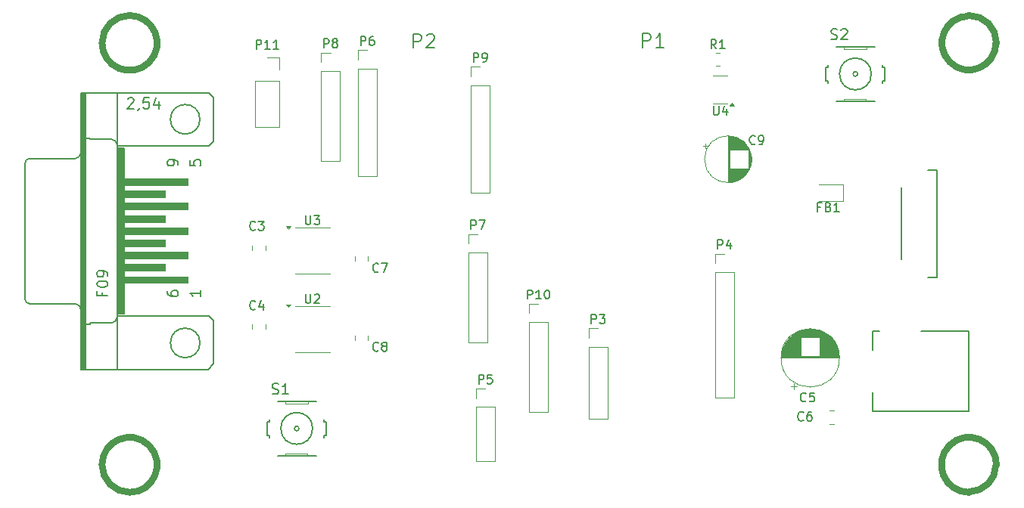
<source format=gbr>
%TF.GenerationSoftware,KiCad,Pcbnew,9.0.0*%
%TF.CreationDate,2025-04-10T12:41:04-04:00*%
%TF.ProjectId,PocketBeagle2Cape_rev1,506f636b-6574-4426-9561-676c65324361,rev?*%
%TF.SameCoordinates,Original*%
%TF.FileFunction,Legend,Top*%
%TF.FilePolarity,Positive*%
%FSLAX46Y46*%
G04 Gerber Fmt 4.6, Leading zero omitted, Abs format (unit mm)*
G04 Created by KiCad (PCBNEW 9.0.0) date 2025-04-10 12:41:04*
%MOMM*%
%LPD*%
G01*
G04 APERTURE LIST*
%ADD10C,0.800000*%
%ADD11C,0.150000*%
%ADD12C,0.127000*%
%ADD13C,0.198120*%
%ADD14C,0.120000*%
%ADD15C,0.203200*%
%ADD16C,0.152400*%
%ADD17C,0.050800*%
%ADD18C,0.000000*%
G04 APERTURE END LIST*
D10*
X97001100Y-78298600D02*
G75*
G02*
X93921100Y-81378600I0J-3080000D01*
G01*
X193921100Y-81378600D02*
G75*
G02*
X190901100Y-78358600I-3020000J0D01*
G01*
X93921100Y-128628600D02*
G75*
G02*
X97001100Y-131708600I3080000J0D01*
G01*
X190901100Y-131708600D02*
X190901100Y-131708600D01*
X93921100Y-81378600D02*
G75*
G02*
X97001100Y-78298600I3080000J0D01*
G01*
X190901100Y-78298600D02*
G75*
G02*
X193981100Y-81378600I0J-3080000D01*
G01*
X190901100Y-131708600D02*
G75*
G02*
X193981100Y-128628600I0J3080000D01*
G01*
X193921100Y-128628600D02*
G75*
G02*
X190901100Y-131648600I-3020000J0D01*
G01*
X97001100Y-131708600D02*
G75*
G02*
X93921100Y-128628600I0J3080000D01*
G01*
D11*
X172383333Y-123609580D02*
X172335714Y-123657200D01*
X172335714Y-123657200D02*
X172192857Y-123704819D01*
X172192857Y-123704819D02*
X172097619Y-123704819D01*
X172097619Y-123704819D02*
X171954762Y-123657200D01*
X171954762Y-123657200D02*
X171859524Y-123561961D01*
X171859524Y-123561961D02*
X171811905Y-123466723D01*
X171811905Y-123466723D02*
X171764286Y-123276247D01*
X171764286Y-123276247D02*
X171764286Y-123133390D01*
X171764286Y-123133390D02*
X171811905Y-122942914D01*
X171811905Y-122942914D02*
X171859524Y-122847676D01*
X171859524Y-122847676D02*
X171954762Y-122752438D01*
X171954762Y-122752438D02*
X172097619Y-122704819D01*
X172097619Y-122704819D02*
X172192857Y-122704819D01*
X172192857Y-122704819D02*
X172335714Y-122752438D01*
X172335714Y-122752438D02*
X172383333Y-122800057D01*
X173240476Y-122704819D02*
X173050000Y-122704819D01*
X173050000Y-122704819D02*
X172954762Y-122752438D01*
X172954762Y-122752438D02*
X172907143Y-122800057D01*
X172907143Y-122800057D02*
X172811905Y-122942914D01*
X172811905Y-122942914D02*
X172764286Y-123133390D01*
X172764286Y-123133390D02*
X172764286Y-123514342D01*
X172764286Y-123514342D02*
X172811905Y-123609580D01*
X172811905Y-123609580D02*
X172859524Y-123657200D01*
X172859524Y-123657200D02*
X172954762Y-123704819D01*
X172954762Y-123704819D02*
X173145238Y-123704819D01*
X173145238Y-123704819D02*
X173240476Y-123657200D01*
X173240476Y-123657200D02*
X173288095Y-123609580D01*
X173288095Y-123609580D02*
X173335714Y-123514342D01*
X173335714Y-123514342D02*
X173335714Y-123276247D01*
X173335714Y-123276247D02*
X173288095Y-123181009D01*
X173288095Y-123181009D02*
X173240476Y-123133390D01*
X173240476Y-123133390D02*
X173145238Y-123085771D01*
X173145238Y-123085771D02*
X172954762Y-123085771D01*
X172954762Y-123085771D02*
X172859524Y-123133390D01*
X172859524Y-123133390D02*
X172811905Y-123181009D01*
X172811905Y-123181009D02*
X172764286Y-123276247D01*
X118736905Y-81919819D02*
X118736905Y-80919819D01*
X118736905Y-80919819D02*
X119117857Y-80919819D01*
X119117857Y-80919819D02*
X119213095Y-80967438D01*
X119213095Y-80967438D02*
X119260714Y-81015057D01*
X119260714Y-81015057D02*
X119308333Y-81110295D01*
X119308333Y-81110295D02*
X119308333Y-81253152D01*
X119308333Y-81253152D02*
X119260714Y-81348390D01*
X119260714Y-81348390D02*
X119213095Y-81396009D01*
X119213095Y-81396009D02*
X119117857Y-81443628D01*
X119117857Y-81443628D02*
X118736905Y-81443628D01*
X119879762Y-81348390D02*
X119784524Y-81300771D01*
X119784524Y-81300771D02*
X119736905Y-81253152D01*
X119736905Y-81253152D02*
X119689286Y-81157914D01*
X119689286Y-81157914D02*
X119689286Y-81110295D01*
X119689286Y-81110295D02*
X119736905Y-81015057D01*
X119736905Y-81015057D02*
X119784524Y-80967438D01*
X119784524Y-80967438D02*
X119879762Y-80919819D01*
X119879762Y-80919819D02*
X120070238Y-80919819D01*
X120070238Y-80919819D02*
X120165476Y-80967438D01*
X120165476Y-80967438D02*
X120213095Y-81015057D01*
X120213095Y-81015057D02*
X120260714Y-81110295D01*
X120260714Y-81110295D02*
X120260714Y-81157914D01*
X120260714Y-81157914D02*
X120213095Y-81253152D01*
X120213095Y-81253152D02*
X120165476Y-81300771D01*
X120165476Y-81300771D02*
X120070238Y-81348390D01*
X120070238Y-81348390D02*
X119879762Y-81348390D01*
X119879762Y-81348390D02*
X119784524Y-81396009D01*
X119784524Y-81396009D02*
X119736905Y-81443628D01*
X119736905Y-81443628D02*
X119689286Y-81538866D01*
X119689286Y-81538866D02*
X119689286Y-81729342D01*
X119689286Y-81729342D02*
X119736905Y-81824580D01*
X119736905Y-81824580D02*
X119784524Y-81872200D01*
X119784524Y-81872200D02*
X119879762Y-81919819D01*
X119879762Y-81919819D02*
X120070238Y-81919819D01*
X120070238Y-81919819D02*
X120165476Y-81872200D01*
X120165476Y-81872200D02*
X120213095Y-81824580D01*
X120213095Y-81824580D02*
X120260714Y-81729342D01*
X120260714Y-81729342D02*
X120260714Y-81538866D01*
X120260714Y-81538866D02*
X120213095Y-81443628D01*
X120213095Y-81443628D02*
X120165476Y-81396009D01*
X120165476Y-81396009D02*
X120070238Y-81348390D01*
X116688095Y-109504819D02*
X116688095Y-110314342D01*
X116688095Y-110314342D02*
X116735714Y-110409580D01*
X116735714Y-110409580D02*
X116783333Y-110457200D01*
X116783333Y-110457200D02*
X116878571Y-110504819D01*
X116878571Y-110504819D02*
X117069047Y-110504819D01*
X117069047Y-110504819D02*
X117164285Y-110457200D01*
X117164285Y-110457200D02*
X117211904Y-110409580D01*
X117211904Y-110409580D02*
X117259523Y-110314342D01*
X117259523Y-110314342D02*
X117259523Y-109504819D01*
X117688095Y-109600057D02*
X117735714Y-109552438D01*
X117735714Y-109552438D02*
X117830952Y-109504819D01*
X117830952Y-109504819D02*
X118069047Y-109504819D01*
X118069047Y-109504819D02*
X118164285Y-109552438D01*
X118164285Y-109552438D02*
X118211904Y-109600057D01*
X118211904Y-109600057D02*
X118259523Y-109695295D01*
X118259523Y-109695295D02*
X118259523Y-109790533D01*
X118259523Y-109790533D02*
X118211904Y-109933390D01*
X118211904Y-109933390D02*
X117640476Y-110504819D01*
X117640476Y-110504819D02*
X118259523Y-110504819D01*
X135471905Y-83494819D02*
X135471905Y-82494819D01*
X135471905Y-82494819D02*
X135852857Y-82494819D01*
X135852857Y-82494819D02*
X135948095Y-82542438D01*
X135948095Y-82542438D02*
X135995714Y-82590057D01*
X135995714Y-82590057D02*
X136043333Y-82685295D01*
X136043333Y-82685295D02*
X136043333Y-82828152D01*
X136043333Y-82828152D02*
X135995714Y-82923390D01*
X135995714Y-82923390D02*
X135948095Y-82971009D01*
X135948095Y-82971009D02*
X135852857Y-83018628D01*
X135852857Y-83018628D02*
X135471905Y-83018628D01*
X136519524Y-83494819D02*
X136710000Y-83494819D01*
X136710000Y-83494819D02*
X136805238Y-83447200D01*
X136805238Y-83447200D02*
X136852857Y-83399580D01*
X136852857Y-83399580D02*
X136948095Y-83256723D01*
X136948095Y-83256723D02*
X136995714Y-83066247D01*
X136995714Y-83066247D02*
X136995714Y-82685295D01*
X136995714Y-82685295D02*
X136948095Y-82590057D01*
X136948095Y-82590057D02*
X136900476Y-82542438D01*
X136900476Y-82542438D02*
X136805238Y-82494819D01*
X136805238Y-82494819D02*
X136614762Y-82494819D01*
X136614762Y-82494819D02*
X136519524Y-82542438D01*
X136519524Y-82542438D02*
X136471905Y-82590057D01*
X136471905Y-82590057D02*
X136424286Y-82685295D01*
X136424286Y-82685295D02*
X136424286Y-82923390D01*
X136424286Y-82923390D02*
X136471905Y-83018628D01*
X136471905Y-83018628D02*
X136519524Y-83066247D01*
X136519524Y-83066247D02*
X136614762Y-83113866D01*
X136614762Y-83113866D02*
X136805238Y-83113866D01*
X136805238Y-83113866D02*
X136900476Y-83066247D01*
X136900476Y-83066247D02*
X136948095Y-83018628D01*
X136948095Y-83018628D02*
X136995714Y-82923390D01*
X148671905Y-112794819D02*
X148671905Y-111794819D01*
X148671905Y-111794819D02*
X149052857Y-111794819D01*
X149052857Y-111794819D02*
X149148095Y-111842438D01*
X149148095Y-111842438D02*
X149195714Y-111890057D01*
X149195714Y-111890057D02*
X149243333Y-111985295D01*
X149243333Y-111985295D02*
X149243333Y-112128152D01*
X149243333Y-112128152D02*
X149195714Y-112223390D01*
X149195714Y-112223390D02*
X149148095Y-112271009D01*
X149148095Y-112271009D02*
X149052857Y-112318628D01*
X149052857Y-112318628D02*
X148671905Y-112318628D01*
X149576667Y-111794819D02*
X150195714Y-111794819D01*
X150195714Y-111794819D02*
X149862381Y-112175771D01*
X149862381Y-112175771D02*
X150005238Y-112175771D01*
X150005238Y-112175771D02*
X150100476Y-112223390D01*
X150100476Y-112223390D02*
X150148095Y-112271009D01*
X150148095Y-112271009D02*
X150195714Y-112366247D01*
X150195714Y-112366247D02*
X150195714Y-112604342D01*
X150195714Y-112604342D02*
X150148095Y-112699580D01*
X150148095Y-112699580D02*
X150100476Y-112747200D01*
X150100476Y-112747200D02*
X150005238Y-112794819D01*
X150005238Y-112794819D02*
X149719524Y-112794819D01*
X149719524Y-112794819D02*
X149624286Y-112747200D01*
X149624286Y-112747200D02*
X149576667Y-112699580D01*
D12*
X112965361Y-120655291D02*
X113137718Y-120712743D01*
X113137718Y-120712743D02*
X113424980Y-120712743D01*
X113424980Y-120712743D02*
X113539885Y-120655291D01*
X113539885Y-120655291D02*
X113597337Y-120597838D01*
X113597337Y-120597838D02*
X113654790Y-120482933D01*
X113654790Y-120482933D02*
X113654790Y-120368029D01*
X113654790Y-120368029D02*
X113597337Y-120253124D01*
X113597337Y-120253124D02*
X113539885Y-120195671D01*
X113539885Y-120195671D02*
X113424980Y-120138219D01*
X113424980Y-120138219D02*
X113195171Y-120080767D01*
X113195171Y-120080767D02*
X113080266Y-120023314D01*
X113080266Y-120023314D02*
X113022813Y-119965862D01*
X113022813Y-119965862D02*
X112965361Y-119850957D01*
X112965361Y-119850957D02*
X112965361Y-119736052D01*
X112965361Y-119736052D02*
X113022813Y-119621148D01*
X113022813Y-119621148D02*
X113080266Y-119563695D01*
X113080266Y-119563695D02*
X113195171Y-119506243D01*
X113195171Y-119506243D02*
X113482432Y-119506243D01*
X113482432Y-119506243D02*
X113654790Y-119563695D01*
X114803838Y-120712743D02*
X114114409Y-120712743D01*
X114459123Y-120712743D02*
X114459123Y-119506243D01*
X114459123Y-119506243D02*
X114344219Y-119678600D01*
X114344219Y-119678600D02*
X114229314Y-119793505D01*
X114229314Y-119793505D02*
X114114409Y-119850957D01*
D11*
X135211905Y-102244819D02*
X135211905Y-101244819D01*
X135211905Y-101244819D02*
X135592857Y-101244819D01*
X135592857Y-101244819D02*
X135688095Y-101292438D01*
X135688095Y-101292438D02*
X135735714Y-101340057D01*
X135735714Y-101340057D02*
X135783333Y-101435295D01*
X135783333Y-101435295D02*
X135783333Y-101578152D01*
X135783333Y-101578152D02*
X135735714Y-101673390D01*
X135735714Y-101673390D02*
X135688095Y-101721009D01*
X135688095Y-101721009D02*
X135592857Y-101768628D01*
X135592857Y-101768628D02*
X135211905Y-101768628D01*
X136116667Y-101244819D02*
X136783333Y-101244819D01*
X136783333Y-101244819D02*
X136354762Y-102244819D01*
X172683333Y-121459580D02*
X172635714Y-121507200D01*
X172635714Y-121507200D02*
X172492857Y-121554819D01*
X172492857Y-121554819D02*
X172397619Y-121554819D01*
X172397619Y-121554819D02*
X172254762Y-121507200D01*
X172254762Y-121507200D02*
X172159524Y-121411961D01*
X172159524Y-121411961D02*
X172111905Y-121316723D01*
X172111905Y-121316723D02*
X172064286Y-121126247D01*
X172064286Y-121126247D02*
X172064286Y-120983390D01*
X172064286Y-120983390D02*
X172111905Y-120792914D01*
X172111905Y-120792914D02*
X172159524Y-120697676D01*
X172159524Y-120697676D02*
X172254762Y-120602438D01*
X172254762Y-120602438D02*
X172397619Y-120554819D01*
X172397619Y-120554819D02*
X172492857Y-120554819D01*
X172492857Y-120554819D02*
X172635714Y-120602438D01*
X172635714Y-120602438D02*
X172683333Y-120650057D01*
X173588095Y-120554819D02*
X173111905Y-120554819D01*
X173111905Y-120554819D02*
X173064286Y-121031009D01*
X173064286Y-121031009D02*
X173111905Y-120983390D01*
X173111905Y-120983390D02*
X173207143Y-120935771D01*
X173207143Y-120935771D02*
X173445238Y-120935771D01*
X173445238Y-120935771D02*
X173540476Y-120983390D01*
X173540476Y-120983390D02*
X173588095Y-121031009D01*
X173588095Y-121031009D02*
X173635714Y-121126247D01*
X173635714Y-121126247D02*
X173635714Y-121364342D01*
X173635714Y-121364342D02*
X173588095Y-121459580D01*
X173588095Y-121459580D02*
X173540476Y-121507200D01*
X173540476Y-121507200D02*
X173445238Y-121554819D01*
X173445238Y-121554819D02*
X173207143Y-121554819D01*
X173207143Y-121554819D02*
X173111905Y-121507200D01*
X173111905Y-121507200D02*
X173064286Y-121459580D01*
X111083333Y-111159580D02*
X111035714Y-111207200D01*
X111035714Y-111207200D02*
X110892857Y-111254819D01*
X110892857Y-111254819D02*
X110797619Y-111254819D01*
X110797619Y-111254819D02*
X110654762Y-111207200D01*
X110654762Y-111207200D02*
X110559524Y-111111961D01*
X110559524Y-111111961D02*
X110511905Y-111016723D01*
X110511905Y-111016723D02*
X110464286Y-110826247D01*
X110464286Y-110826247D02*
X110464286Y-110683390D01*
X110464286Y-110683390D02*
X110511905Y-110492914D01*
X110511905Y-110492914D02*
X110559524Y-110397676D01*
X110559524Y-110397676D02*
X110654762Y-110302438D01*
X110654762Y-110302438D02*
X110797619Y-110254819D01*
X110797619Y-110254819D02*
X110892857Y-110254819D01*
X110892857Y-110254819D02*
X111035714Y-110302438D01*
X111035714Y-110302438D02*
X111083333Y-110350057D01*
X111940476Y-110588152D02*
X111940476Y-111254819D01*
X111702381Y-110207200D02*
X111464286Y-110921485D01*
X111464286Y-110921485D02*
X112083333Y-110921485D01*
X162633333Y-82004819D02*
X162300000Y-81528628D01*
X162061905Y-82004819D02*
X162061905Y-81004819D01*
X162061905Y-81004819D02*
X162442857Y-81004819D01*
X162442857Y-81004819D02*
X162538095Y-81052438D01*
X162538095Y-81052438D02*
X162585714Y-81100057D01*
X162585714Y-81100057D02*
X162633333Y-81195295D01*
X162633333Y-81195295D02*
X162633333Y-81338152D01*
X162633333Y-81338152D02*
X162585714Y-81433390D01*
X162585714Y-81433390D02*
X162538095Y-81481009D01*
X162538095Y-81481009D02*
X162442857Y-81528628D01*
X162442857Y-81528628D02*
X162061905Y-81528628D01*
X163585714Y-82004819D02*
X163014286Y-82004819D01*
X163300000Y-82004819D02*
X163300000Y-81004819D01*
X163300000Y-81004819D02*
X163204762Y-81147676D01*
X163204762Y-81147676D02*
X163109524Y-81242914D01*
X163109524Y-81242914D02*
X163014286Y-81290533D01*
X124833333Y-106959580D02*
X124785714Y-107007200D01*
X124785714Y-107007200D02*
X124642857Y-107054819D01*
X124642857Y-107054819D02*
X124547619Y-107054819D01*
X124547619Y-107054819D02*
X124404762Y-107007200D01*
X124404762Y-107007200D02*
X124309524Y-106911961D01*
X124309524Y-106911961D02*
X124261905Y-106816723D01*
X124261905Y-106816723D02*
X124214286Y-106626247D01*
X124214286Y-106626247D02*
X124214286Y-106483390D01*
X124214286Y-106483390D02*
X124261905Y-106292914D01*
X124261905Y-106292914D02*
X124309524Y-106197676D01*
X124309524Y-106197676D02*
X124404762Y-106102438D01*
X124404762Y-106102438D02*
X124547619Y-106054819D01*
X124547619Y-106054819D02*
X124642857Y-106054819D01*
X124642857Y-106054819D02*
X124785714Y-106102438D01*
X124785714Y-106102438D02*
X124833333Y-106150057D01*
X125166667Y-106054819D02*
X125833333Y-106054819D01*
X125833333Y-106054819D02*
X125404762Y-107054819D01*
X141515714Y-110044819D02*
X141515714Y-109044819D01*
X141515714Y-109044819D02*
X141896666Y-109044819D01*
X141896666Y-109044819D02*
X141991904Y-109092438D01*
X141991904Y-109092438D02*
X142039523Y-109140057D01*
X142039523Y-109140057D02*
X142087142Y-109235295D01*
X142087142Y-109235295D02*
X142087142Y-109378152D01*
X142087142Y-109378152D02*
X142039523Y-109473390D01*
X142039523Y-109473390D02*
X141991904Y-109521009D01*
X141991904Y-109521009D02*
X141896666Y-109568628D01*
X141896666Y-109568628D02*
X141515714Y-109568628D01*
X143039523Y-110044819D02*
X142468095Y-110044819D01*
X142753809Y-110044819D02*
X142753809Y-109044819D01*
X142753809Y-109044819D02*
X142658571Y-109187676D01*
X142658571Y-109187676D02*
X142563333Y-109282914D01*
X142563333Y-109282914D02*
X142468095Y-109330533D01*
X143658571Y-109044819D02*
X143753809Y-109044819D01*
X143753809Y-109044819D02*
X143849047Y-109092438D01*
X143849047Y-109092438D02*
X143896666Y-109140057D01*
X143896666Y-109140057D02*
X143944285Y-109235295D01*
X143944285Y-109235295D02*
X143991904Y-109425771D01*
X143991904Y-109425771D02*
X143991904Y-109663866D01*
X143991904Y-109663866D02*
X143944285Y-109854342D01*
X143944285Y-109854342D02*
X143896666Y-109949580D01*
X143896666Y-109949580D02*
X143849047Y-109997200D01*
X143849047Y-109997200D02*
X143753809Y-110044819D01*
X143753809Y-110044819D02*
X143658571Y-110044819D01*
X143658571Y-110044819D02*
X143563333Y-109997200D01*
X143563333Y-109997200D02*
X143515714Y-109949580D01*
X143515714Y-109949580D02*
X143468095Y-109854342D01*
X143468095Y-109854342D02*
X143420476Y-109663866D01*
X143420476Y-109663866D02*
X143420476Y-109425771D01*
X143420476Y-109425771D02*
X143468095Y-109235295D01*
X143468095Y-109235295D02*
X143515714Y-109140057D01*
X143515714Y-109140057D02*
X143563333Y-109092438D01*
X143563333Y-109092438D02*
X143658571Y-109044819D01*
X116688095Y-100704819D02*
X116688095Y-101514342D01*
X116688095Y-101514342D02*
X116735714Y-101609580D01*
X116735714Y-101609580D02*
X116783333Y-101657200D01*
X116783333Y-101657200D02*
X116878571Y-101704819D01*
X116878571Y-101704819D02*
X117069047Y-101704819D01*
X117069047Y-101704819D02*
X117164285Y-101657200D01*
X117164285Y-101657200D02*
X117211904Y-101609580D01*
X117211904Y-101609580D02*
X117259523Y-101514342D01*
X117259523Y-101514342D02*
X117259523Y-100704819D01*
X117640476Y-100704819D02*
X118259523Y-100704819D01*
X118259523Y-100704819D02*
X117926190Y-101085771D01*
X117926190Y-101085771D02*
X118069047Y-101085771D01*
X118069047Y-101085771D02*
X118164285Y-101133390D01*
X118164285Y-101133390D02*
X118211904Y-101181009D01*
X118211904Y-101181009D02*
X118259523Y-101276247D01*
X118259523Y-101276247D02*
X118259523Y-101514342D01*
X118259523Y-101514342D02*
X118211904Y-101609580D01*
X118211904Y-101609580D02*
X118164285Y-101657200D01*
X118164285Y-101657200D02*
X118069047Y-101704819D01*
X118069047Y-101704819D02*
X117783333Y-101704819D01*
X117783333Y-101704819D02*
X117688095Y-101657200D01*
X117688095Y-101657200D02*
X117640476Y-101609580D01*
X111185714Y-82034819D02*
X111185714Y-81034819D01*
X111185714Y-81034819D02*
X111566666Y-81034819D01*
X111566666Y-81034819D02*
X111661904Y-81082438D01*
X111661904Y-81082438D02*
X111709523Y-81130057D01*
X111709523Y-81130057D02*
X111757142Y-81225295D01*
X111757142Y-81225295D02*
X111757142Y-81368152D01*
X111757142Y-81368152D02*
X111709523Y-81463390D01*
X111709523Y-81463390D02*
X111661904Y-81511009D01*
X111661904Y-81511009D02*
X111566666Y-81558628D01*
X111566666Y-81558628D02*
X111185714Y-81558628D01*
X112709523Y-82034819D02*
X112138095Y-82034819D01*
X112423809Y-82034819D02*
X112423809Y-81034819D01*
X112423809Y-81034819D02*
X112328571Y-81177676D01*
X112328571Y-81177676D02*
X112233333Y-81272914D01*
X112233333Y-81272914D02*
X112138095Y-81320533D01*
X113661904Y-82034819D02*
X113090476Y-82034819D01*
X113376190Y-82034819D02*
X113376190Y-81034819D01*
X113376190Y-81034819D02*
X113280952Y-81177676D01*
X113280952Y-81177676D02*
X113185714Y-81272914D01*
X113185714Y-81272914D02*
X113090476Y-81320533D01*
X111083333Y-102259580D02*
X111035714Y-102307200D01*
X111035714Y-102307200D02*
X110892857Y-102354819D01*
X110892857Y-102354819D02*
X110797619Y-102354819D01*
X110797619Y-102354819D02*
X110654762Y-102307200D01*
X110654762Y-102307200D02*
X110559524Y-102211961D01*
X110559524Y-102211961D02*
X110511905Y-102116723D01*
X110511905Y-102116723D02*
X110464286Y-101926247D01*
X110464286Y-101926247D02*
X110464286Y-101783390D01*
X110464286Y-101783390D02*
X110511905Y-101592914D01*
X110511905Y-101592914D02*
X110559524Y-101497676D01*
X110559524Y-101497676D02*
X110654762Y-101402438D01*
X110654762Y-101402438D02*
X110797619Y-101354819D01*
X110797619Y-101354819D02*
X110892857Y-101354819D01*
X110892857Y-101354819D02*
X111035714Y-101402438D01*
X111035714Y-101402438D02*
X111083333Y-101450057D01*
X111416667Y-101354819D02*
X112035714Y-101354819D01*
X112035714Y-101354819D02*
X111702381Y-101735771D01*
X111702381Y-101735771D02*
X111845238Y-101735771D01*
X111845238Y-101735771D02*
X111940476Y-101783390D01*
X111940476Y-101783390D02*
X111988095Y-101831009D01*
X111988095Y-101831009D02*
X112035714Y-101926247D01*
X112035714Y-101926247D02*
X112035714Y-102164342D01*
X112035714Y-102164342D02*
X111988095Y-102259580D01*
X111988095Y-102259580D02*
X111940476Y-102307200D01*
X111940476Y-102307200D02*
X111845238Y-102354819D01*
X111845238Y-102354819D02*
X111559524Y-102354819D01*
X111559524Y-102354819D02*
X111464286Y-102307200D01*
X111464286Y-102307200D02*
X111416667Y-102259580D01*
X162811905Y-104444819D02*
X162811905Y-103444819D01*
X162811905Y-103444819D02*
X163192857Y-103444819D01*
X163192857Y-103444819D02*
X163288095Y-103492438D01*
X163288095Y-103492438D02*
X163335714Y-103540057D01*
X163335714Y-103540057D02*
X163383333Y-103635295D01*
X163383333Y-103635295D02*
X163383333Y-103778152D01*
X163383333Y-103778152D02*
X163335714Y-103873390D01*
X163335714Y-103873390D02*
X163288095Y-103921009D01*
X163288095Y-103921009D02*
X163192857Y-103968628D01*
X163192857Y-103968628D02*
X162811905Y-103968628D01*
X164240476Y-103778152D02*
X164240476Y-104444819D01*
X164002381Y-103397200D02*
X163764286Y-104111485D01*
X163764286Y-104111485D02*
X164383333Y-104111485D01*
X136061905Y-119544819D02*
X136061905Y-118544819D01*
X136061905Y-118544819D02*
X136442857Y-118544819D01*
X136442857Y-118544819D02*
X136538095Y-118592438D01*
X136538095Y-118592438D02*
X136585714Y-118640057D01*
X136585714Y-118640057D02*
X136633333Y-118735295D01*
X136633333Y-118735295D02*
X136633333Y-118878152D01*
X136633333Y-118878152D02*
X136585714Y-118973390D01*
X136585714Y-118973390D02*
X136538095Y-119021009D01*
X136538095Y-119021009D02*
X136442857Y-119068628D01*
X136442857Y-119068628D02*
X136061905Y-119068628D01*
X137538095Y-118544819D02*
X137061905Y-118544819D01*
X137061905Y-118544819D02*
X137014286Y-119021009D01*
X137014286Y-119021009D02*
X137061905Y-118973390D01*
X137061905Y-118973390D02*
X137157143Y-118925771D01*
X137157143Y-118925771D02*
X137395238Y-118925771D01*
X137395238Y-118925771D02*
X137490476Y-118973390D01*
X137490476Y-118973390D02*
X137538095Y-119021009D01*
X137538095Y-119021009D02*
X137585714Y-119116247D01*
X137585714Y-119116247D02*
X137585714Y-119354342D01*
X137585714Y-119354342D02*
X137538095Y-119449580D01*
X137538095Y-119449580D02*
X137490476Y-119497200D01*
X137490476Y-119497200D02*
X137395238Y-119544819D01*
X137395238Y-119544819D02*
X137157143Y-119544819D01*
X137157143Y-119544819D02*
X137061905Y-119497200D01*
X137061905Y-119497200D02*
X137014286Y-119449580D01*
X166983333Y-92659580D02*
X166935714Y-92707200D01*
X166935714Y-92707200D02*
X166792857Y-92754819D01*
X166792857Y-92754819D02*
X166697619Y-92754819D01*
X166697619Y-92754819D02*
X166554762Y-92707200D01*
X166554762Y-92707200D02*
X166459524Y-92611961D01*
X166459524Y-92611961D02*
X166411905Y-92516723D01*
X166411905Y-92516723D02*
X166364286Y-92326247D01*
X166364286Y-92326247D02*
X166364286Y-92183390D01*
X166364286Y-92183390D02*
X166411905Y-91992914D01*
X166411905Y-91992914D02*
X166459524Y-91897676D01*
X166459524Y-91897676D02*
X166554762Y-91802438D01*
X166554762Y-91802438D02*
X166697619Y-91754819D01*
X166697619Y-91754819D02*
X166792857Y-91754819D01*
X166792857Y-91754819D02*
X166935714Y-91802438D01*
X166935714Y-91802438D02*
X166983333Y-91850057D01*
X167459524Y-92754819D02*
X167650000Y-92754819D01*
X167650000Y-92754819D02*
X167745238Y-92707200D01*
X167745238Y-92707200D02*
X167792857Y-92659580D01*
X167792857Y-92659580D02*
X167888095Y-92516723D01*
X167888095Y-92516723D02*
X167935714Y-92326247D01*
X167935714Y-92326247D02*
X167935714Y-91945295D01*
X167935714Y-91945295D02*
X167888095Y-91850057D01*
X167888095Y-91850057D02*
X167840476Y-91802438D01*
X167840476Y-91802438D02*
X167745238Y-91754819D01*
X167745238Y-91754819D02*
X167554762Y-91754819D01*
X167554762Y-91754819D02*
X167459524Y-91802438D01*
X167459524Y-91802438D02*
X167411905Y-91850057D01*
X167411905Y-91850057D02*
X167364286Y-91945295D01*
X167364286Y-91945295D02*
X167364286Y-92183390D01*
X167364286Y-92183390D02*
X167411905Y-92278628D01*
X167411905Y-92278628D02*
X167459524Y-92326247D01*
X167459524Y-92326247D02*
X167554762Y-92373866D01*
X167554762Y-92373866D02*
X167745238Y-92373866D01*
X167745238Y-92373866D02*
X167840476Y-92326247D01*
X167840476Y-92326247D02*
X167888095Y-92278628D01*
X167888095Y-92278628D02*
X167935714Y-92183390D01*
X162338095Y-88454819D02*
X162338095Y-89264342D01*
X162338095Y-89264342D02*
X162385714Y-89359580D01*
X162385714Y-89359580D02*
X162433333Y-89407200D01*
X162433333Y-89407200D02*
X162528571Y-89454819D01*
X162528571Y-89454819D02*
X162719047Y-89454819D01*
X162719047Y-89454819D02*
X162814285Y-89407200D01*
X162814285Y-89407200D02*
X162861904Y-89359580D01*
X162861904Y-89359580D02*
X162909523Y-89264342D01*
X162909523Y-89264342D02*
X162909523Y-88454819D01*
X163814285Y-88788152D02*
X163814285Y-89454819D01*
X163576190Y-88407200D02*
X163338095Y-89121485D01*
X163338095Y-89121485D02*
X163957142Y-89121485D01*
D12*
X175465361Y-80955291D02*
X175637718Y-81012743D01*
X175637718Y-81012743D02*
X175924980Y-81012743D01*
X175924980Y-81012743D02*
X176039885Y-80955291D01*
X176039885Y-80955291D02*
X176097337Y-80897838D01*
X176097337Y-80897838D02*
X176154790Y-80782933D01*
X176154790Y-80782933D02*
X176154790Y-80668029D01*
X176154790Y-80668029D02*
X176097337Y-80553124D01*
X176097337Y-80553124D02*
X176039885Y-80495671D01*
X176039885Y-80495671D02*
X175924980Y-80438219D01*
X175924980Y-80438219D02*
X175695171Y-80380767D01*
X175695171Y-80380767D02*
X175580266Y-80323314D01*
X175580266Y-80323314D02*
X175522813Y-80265862D01*
X175522813Y-80265862D02*
X175465361Y-80150957D01*
X175465361Y-80150957D02*
X175465361Y-80036052D01*
X175465361Y-80036052D02*
X175522813Y-79921148D01*
X175522813Y-79921148D02*
X175580266Y-79863695D01*
X175580266Y-79863695D02*
X175695171Y-79806243D01*
X175695171Y-79806243D02*
X175982432Y-79806243D01*
X175982432Y-79806243D02*
X176154790Y-79863695D01*
X176614409Y-79921148D02*
X176671861Y-79863695D01*
X176671861Y-79863695D02*
X176786766Y-79806243D01*
X176786766Y-79806243D02*
X177074028Y-79806243D01*
X177074028Y-79806243D02*
X177188933Y-79863695D01*
X177188933Y-79863695D02*
X177246385Y-79921148D01*
X177246385Y-79921148D02*
X177303838Y-80036052D01*
X177303838Y-80036052D02*
X177303838Y-80150957D01*
X177303838Y-80150957D02*
X177246385Y-80323314D01*
X177246385Y-80323314D02*
X176556957Y-81012743D01*
X176556957Y-81012743D02*
X177303838Y-81012743D01*
D11*
X122861905Y-81644819D02*
X122861905Y-80644819D01*
X122861905Y-80644819D02*
X123242857Y-80644819D01*
X123242857Y-80644819D02*
X123338095Y-80692438D01*
X123338095Y-80692438D02*
X123385714Y-80740057D01*
X123385714Y-80740057D02*
X123433333Y-80835295D01*
X123433333Y-80835295D02*
X123433333Y-80978152D01*
X123433333Y-80978152D02*
X123385714Y-81073390D01*
X123385714Y-81073390D02*
X123338095Y-81121009D01*
X123338095Y-81121009D02*
X123242857Y-81168628D01*
X123242857Y-81168628D02*
X122861905Y-81168628D01*
X124290476Y-80644819D02*
X124100000Y-80644819D01*
X124100000Y-80644819D02*
X124004762Y-80692438D01*
X124004762Y-80692438D02*
X123957143Y-80740057D01*
X123957143Y-80740057D02*
X123861905Y-80882914D01*
X123861905Y-80882914D02*
X123814286Y-81073390D01*
X123814286Y-81073390D02*
X123814286Y-81454342D01*
X123814286Y-81454342D02*
X123861905Y-81549580D01*
X123861905Y-81549580D02*
X123909524Y-81597200D01*
X123909524Y-81597200D02*
X124004762Y-81644819D01*
X124004762Y-81644819D02*
X124195238Y-81644819D01*
X124195238Y-81644819D02*
X124290476Y-81597200D01*
X124290476Y-81597200D02*
X124338095Y-81549580D01*
X124338095Y-81549580D02*
X124385714Y-81454342D01*
X124385714Y-81454342D02*
X124385714Y-81216247D01*
X124385714Y-81216247D02*
X124338095Y-81121009D01*
X124338095Y-81121009D02*
X124290476Y-81073390D01*
X124290476Y-81073390D02*
X124195238Y-81025771D01*
X124195238Y-81025771D02*
X124004762Y-81025771D01*
X124004762Y-81025771D02*
X123909524Y-81073390D01*
X123909524Y-81073390D02*
X123861905Y-81121009D01*
X123861905Y-81121009D02*
X123814286Y-81216247D01*
X124833333Y-115809580D02*
X124785714Y-115857200D01*
X124785714Y-115857200D02*
X124642857Y-115904819D01*
X124642857Y-115904819D02*
X124547619Y-115904819D01*
X124547619Y-115904819D02*
X124404762Y-115857200D01*
X124404762Y-115857200D02*
X124309524Y-115761961D01*
X124309524Y-115761961D02*
X124261905Y-115666723D01*
X124261905Y-115666723D02*
X124214286Y-115476247D01*
X124214286Y-115476247D02*
X124214286Y-115333390D01*
X124214286Y-115333390D02*
X124261905Y-115142914D01*
X124261905Y-115142914D02*
X124309524Y-115047676D01*
X124309524Y-115047676D02*
X124404762Y-114952438D01*
X124404762Y-114952438D02*
X124547619Y-114904819D01*
X124547619Y-114904819D02*
X124642857Y-114904819D01*
X124642857Y-114904819D02*
X124785714Y-114952438D01*
X124785714Y-114952438D02*
X124833333Y-115000057D01*
X125404762Y-115333390D02*
X125309524Y-115285771D01*
X125309524Y-115285771D02*
X125261905Y-115238152D01*
X125261905Y-115238152D02*
X125214286Y-115142914D01*
X125214286Y-115142914D02*
X125214286Y-115095295D01*
X125214286Y-115095295D02*
X125261905Y-115000057D01*
X125261905Y-115000057D02*
X125309524Y-114952438D01*
X125309524Y-114952438D02*
X125404762Y-114904819D01*
X125404762Y-114904819D02*
X125595238Y-114904819D01*
X125595238Y-114904819D02*
X125690476Y-114952438D01*
X125690476Y-114952438D02*
X125738095Y-115000057D01*
X125738095Y-115000057D02*
X125785714Y-115095295D01*
X125785714Y-115095295D02*
X125785714Y-115142914D01*
X125785714Y-115142914D02*
X125738095Y-115238152D01*
X125738095Y-115238152D02*
X125690476Y-115285771D01*
X125690476Y-115285771D02*
X125595238Y-115333390D01*
X125595238Y-115333390D02*
X125404762Y-115333390D01*
X125404762Y-115333390D02*
X125309524Y-115381009D01*
X125309524Y-115381009D02*
X125261905Y-115428628D01*
X125261905Y-115428628D02*
X125214286Y-115523866D01*
X125214286Y-115523866D02*
X125214286Y-115714342D01*
X125214286Y-115714342D02*
X125261905Y-115809580D01*
X125261905Y-115809580D02*
X125309524Y-115857200D01*
X125309524Y-115857200D02*
X125404762Y-115904819D01*
X125404762Y-115904819D02*
X125595238Y-115904819D01*
X125595238Y-115904819D02*
X125690476Y-115857200D01*
X125690476Y-115857200D02*
X125738095Y-115809580D01*
X125738095Y-115809580D02*
X125785714Y-115714342D01*
X125785714Y-115714342D02*
X125785714Y-115523866D01*
X125785714Y-115523866D02*
X125738095Y-115428628D01*
X125738095Y-115428628D02*
X125690476Y-115381009D01*
X125690476Y-115381009D02*
X125595238Y-115333390D01*
D12*
X102431843Y-95036733D02*
X102431843Y-94806924D01*
X102431843Y-94806924D02*
X102374391Y-94692019D01*
X102374391Y-94692019D02*
X102316938Y-94634567D01*
X102316938Y-94634567D02*
X102144581Y-94519662D01*
X102144581Y-94519662D02*
X101914771Y-94462209D01*
X101914771Y-94462209D02*
X101455152Y-94462209D01*
X101455152Y-94462209D02*
X101340248Y-94519662D01*
X101340248Y-94519662D02*
X101282795Y-94577114D01*
X101282795Y-94577114D02*
X101225343Y-94692019D01*
X101225343Y-94692019D02*
X101225343Y-94921828D01*
X101225343Y-94921828D02*
X101282795Y-95036733D01*
X101282795Y-95036733D02*
X101340248Y-95094186D01*
X101340248Y-95094186D02*
X101455152Y-95151638D01*
X101455152Y-95151638D02*
X101742414Y-95151638D01*
X101742414Y-95151638D02*
X101857319Y-95094186D01*
X101857319Y-95094186D02*
X101914771Y-95036733D01*
X101914771Y-95036733D02*
X101972224Y-94921828D01*
X101972224Y-94921828D02*
X101972224Y-94692019D01*
X101972224Y-94692019D02*
X101914771Y-94577114D01*
X101914771Y-94577114D02*
X101857319Y-94519662D01*
X101857319Y-94519662D02*
X101742414Y-94462209D01*
X96805689Y-87629753D02*
X96863141Y-87572300D01*
X96863141Y-87572300D02*
X96978046Y-87514848D01*
X96978046Y-87514848D02*
X97265308Y-87514848D01*
X97265308Y-87514848D02*
X97380213Y-87572300D01*
X97380213Y-87572300D02*
X97437665Y-87629753D01*
X97437665Y-87629753D02*
X97495118Y-87744657D01*
X97495118Y-87744657D02*
X97495118Y-87859562D01*
X97495118Y-87859562D02*
X97437665Y-88031919D01*
X97437665Y-88031919D02*
X96748237Y-88721348D01*
X96748237Y-88721348D02*
X97495118Y-88721348D01*
X98069642Y-88663896D02*
X98069642Y-88721348D01*
X98069642Y-88721348D02*
X98012189Y-88836253D01*
X98012189Y-88836253D02*
X97954737Y-88893705D01*
X99161237Y-87514848D02*
X98586713Y-87514848D01*
X98586713Y-87514848D02*
X98529261Y-88089372D01*
X98529261Y-88089372D02*
X98586713Y-88031919D01*
X98586713Y-88031919D02*
X98701618Y-87974467D01*
X98701618Y-87974467D02*
X98988880Y-87974467D01*
X98988880Y-87974467D02*
X99103785Y-88031919D01*
X99103785Y-88031919D02*
X99161237Y-88089372D01*
X99161237Y-88089372D02*
X99218690Y-88204276D01*
X99218690Y-88204276D02*
X99218690Y-88491538D01*
X99218690Y-88491538D02*
X99161237Y-88606443D01*
X99161237Y-88606443D02*
X99103785Y-88663896D01*
X99103785Y-88663896D02*
X98988880Y-88721348D01*
X98988880Y-88721348D02*
X98701618Y-88721348D01*
X98701618Y-88721348D02*
X98586713Y-88663896D01*
X98586713Y-88663896D02*
X98529261Y-88606443D01*
X100252833Y-87917015D02*
X100252833Y-88721348D01*
X99965571Y-87457396D02*
X99678309Y-88319181D01*
X99678309Y-88319181D02*
X100425190Y-88319181D01*
X101225343Y-109182114D02*
X101225343Y-109411924D01*
X101225343Y-109411924D02*
X101282795Y-109526828D01*
X101282795Y-109526828D02*
X101340248Y-109584281D01*
X101340248Y-109584281D02*
X101512605Y-109699186D01*
X101512605Y-109699186D02*
X101742414Y-109756638D01*
X101742414Y-109756638D02*
X102202033Y-109756638D01*
X102202033Y-109756638D02*
X102316938Y-109699186D01*
X102316938Y-109699186D02*
X102374391Y-109641733D01*
X102374391Y-109641733D02*
X102431843Y-109526828D01*
X102431843Y-109526828D02*
X102431843Y-109297019D01*
X102431843Y-109297019D02*
X102374391Y-109182114D01*
X102374391Y-109182114D02*
X102316938Y-109124662D01*
X102316938Y-109124662D02*
X102202033Y-109067209D01*
X102202033Y-109067209D02*
X101914771Y-109067209D01*
X101914771Y-109067209D02*
X101799867Y-109124662D01*
X101799867Y-109124662D02*
X101742414Y-109182114D01*
X101742414Y-109182114D02*
X101684962Y-109297019D01*
X101684962Y-109297019D02*
X101684962Y-109526828D01*
X101684962Y-109526828D02*
X101742414Y-109641733D01*
X101742414Y-109641733D02*
X101799867Y-109699186D01*
X101799867Y-109699186D02*
X101914771Y-109756638D01*
X103765343Y-94519662D02*
X103765343Y-95094186D01*
X103765343Y-95094186D02*
X104339867Y-95151638D01*
X104339867Y-95151638D02*
X104282414Y-95094186D01*
X104282414Y-95094186D02*
X104224962Y-94979281D01*
X104224962Y-94979281D02*
X104224962Y-94692019D01*
X104224962Y-94692019D02*
X104282414Y-94577114D01*
X104282414Y-94577114D02*
X104339867Y-94519662D01*
X104339867Y-94519662D02*
X104454771Y-94462209D01*
X104454771Y-94462209D02*
X104742033Y-94462209D01*
X104742033Y-94462209D02*
X104856938Y-94519662D01*
X104856938Y-94519662D02*
X104914391Y-94577114D01*
X104914391Y-94577114D02*
X104971843Y-94692019D01*
X104971843Y-94692019D02*
X104971843Y-94979281D01*
X104971843Y-94979281D02*
X104914391Y-95094186D01*
X104914391Y-95094186D02*
X104856938Y-95151638D01*
X104971843Y-109067209D02*
X104971843Y-109756638D01*
X104971843Y-109411924D02*
X103765343Y-109411924D01*
X103765343Y-109411924D02*
X103937700Y-109526828D01*
X103937700Y-109526828D02*
X104052605Y-109641733D01*
X104052605Y-109641733D02*
X104110057Y-109756638D01*
X93925867Y-109297019D02*
X93925867Y-109699186D01*
X94557843Y-109699186D02*
X93351343Y-109699186D01*
X93351343Y-109699186D02*
X93351343Y-109124662D01*
X93351343Y-108435233D02*
X93351343Y-108320328D01*
X93351343Y-108320328D02*
X93408795Y-108205424D01*
X93408795Y-108205424D02*
X93466248Y-108147971D01*
X93466248Y-108147971D02*
X93581152Y-108090519D01*
X93581152Y-108090519D02*
X93810962Y-108033066D01*
X93810962Y-108033066D02*
X94098224Y-108033066D01*
X94098224Y-108033066D02*
X94328033Y-108090519D01*
X94328033Y-108090519D02*
X94442938Y-108147971D01*
X94442938Y-108147971D02*
X94500391Y-108205424D01*
X94500391Y-108205424D02*
X94557843Y-108320328D01*
X94557843Y-108320328D02*
X94557843Y-108435233D01*
X94557843Y-108435233D02*
X94500391Y-108550138D01*
X94500391Y-108550138D02*
X94442938Y-108607590D01*
X94442938Y-108607590D02*
X94328033Y-108665043D01*
X94328033Y-108665043D02*
X94098224Y-108722495D01*
X94098224Y-108722495D02*
X93810962Y-108722495D01*
X93810962Y-108722495D02*
X93581152Y-108665043D01*
X93581152Y-108665043D02*
X93466248Y-108607590D01*
X93466248Y-108607590D02*
X93408795Y-108550138D01*
X93408795Y-108550138D02*
X93351343Y-108435233D01*
X94557843Y-107458542D02*
X94557843Y-107228733D01*
X94557843Y-107228733D02*
X94500391Y-107113828D01*
X94500391Y-107113828D02*
X94442938Y-107056376D01*
X94442938Y-107056376D02*
X94270581Y-106941471D01*
X94270581Y-106941471D02*
X94040771Y-106884018D01*
X94040771Y-106884018D02*
X93581152Y-106884018D01*
X93581152Y-106884018D02*
X93466248Y-106941471D01*
X93466248Y-106941471D02*
X93408795Y-106998923D01*
X93408795Y-106998923D02*
X93351343Y-107113828D01*
X93351343Y-107113828D02*
X93351343Y-107343637D01*
X93351343Y-107343637D02*
X93408795Y-107458542D01*
X93408795Y-107458542D02*
X93466248Y-107515995D01*
X93466248Y-107515995D02*
X93581152Y-107573447D01*
X93581152Y-107573447D02*
X93868414Y-107573447D01*
X93868414Y-107573447D02*
X93983319Y-107515995D01*
X93983319Y-107515995D02*
X94040771Y-107458542D01*
X94040771Y-107458542D02*
X94098224Y-107343637D01*
X94098224Y-107343637D02*
X94098224Y-107113828D01*
X94098224Y-107113828D02*
X94040771Y-106998923D01*
X94040771Y-106998923D02*
X93983319Y-106941471D01*
X93983319Y-106941471D02*
X93868414Y-106884018D01*
D11*
X174316666Y-99731009D02*
X173983333Y-99731009D01*
X173983333Y-100254819D02*
X173983333Y-99254819D01*
X173983333Y-99254819D02*
X174459523Y-99254819D01*
X175173809Y-99731009D02*
X175316666Y-99778628D01*
X175316666Y-99778628D02*
X175364285Y-99826247D01*
X175364285Y-99826247D02*
X175411904Y-99921485D01*
X175411904Y-99921485D02*
X175411904Y-100064342D01*
X175411904Y-100064342D02*
X175364285Y-100159580D01*
X175364285Y-100159580D02*
X175316666Y-100207200D01*
X175316666Y-100207200D02*
X175221428Y-100254819D01*
X175221428Y-100254819D02*
X174840476Y-100254819D01*
X174840476Y-100254819D02*
X174840476Y-99254819D01*
X174840476Y-99254819D02*
X175173809Y-99254819D01*
X175173809Y-99254819D02*
X175269047Y-99302438D01*
X175269047Y-99302438D02*
X175316666Y-99350057D01*
X175316666Y-99350057D02*
X175364285Y-99445295D01*
X175364285Y-99445295D02*
X175364285Y-99540533D01*
X175364285Y-99540533D02*
X175316666Y-99635771D01*
X175316666Y-99635771D02*
X175269047Y-99683390D01*
X175269047Y-99683390D02*
X175173809Y-99731009D01*
X175173809Y-99731009D02*
X174840476Y-99731009D01*
X176364285Y-100254819D02*
X175792857Y-100254819D01*
X176078571Y-100254819D02*
X176078571Y-99254819D01*
X176078571Y-99254819D02*
X175983333Y-99397676D01*
X175983333Y-99397676D02*
X175888095Y-99492914D01*
X175888095Y-99492914D02*
X175792857Y-99540533D01*
D13*
X154402334Y-81882835D02*
X154402334Y-80314385D01*
X154402334Y-80314385D02*
X154999839Y-80314385D01*
X154999839Y-80314385D02*
X155149215Y-80389073D01*
X155149215Y-80389073D02*
X155223903Y-80463761D01*
X155223903Y-80463761D02*
X155298591Y-80613137D01*
X155298591Y-80613137D02*
X155298591Y-80837201D01*
X155298591Y-80837201D02*
X155223903Y-80986577D01*
X155223903Y-80986577D02*
X155149215Y-81061266D01*
X155149215Y-81061266D02*
X154999839Y-81135954D01*
X154999839Y-81135954D02*
X154402334Y-81135954D01*
X156792353Y-81882835D02*
X155896096Y-81882835D01*
X156344224Y-81882835D02*
X156344224Y-80314385D01*
X156344224Y-80314385D02*
X156194848Y-80538449D01*
X156194848Y-80538449D02*
X156045472Y-80687825D01*
X156045472Y-80687825D02*
X155896096Y-80762513D01*
X128740886Y-81932835D02*
X128740886Y-80364385D01*
X128740886Y-80364385D02*
X129338391Y-80364385D01*
X129338391Y-80364385D02*
X129487767Y-80439073D01*
X129487767Y-80439073D02*
X129562455Y-80513761D01*
X129562455Y-80513761D02*
X129637143Y-80663137D01*
X129637143Y-80663137D02*
X129637143Y-80887201D01*
X129637143Y-80887201D02*
X129562455Y-81036577D01*
X129562455Y-81036577D02*
X129487767Y-81111266D01*
X129487767Y-81111266D02*
X129338391Y-81185954D01*
X129338391Y-81185954D02*
X128740886Y-81185954D01*
X130234648Y-80513761D02*
X130309336Y-80439073D01*
X130309336Y-80439073D02*
X130458712Y-80364385D01*
X130458712Y-80364385D02*
X130832153Y-80364385D01*
X130832153Y-80364385D02*
X130981529Y-80439073D01*
X130981529Y-80439073D02*
X131056217Y-80513761D01*
X131056217Y-80513761D02*
X131130905Y-80663137D01*
X131130905Y-80663137D02*
X131130905Y-80812513D01*
X131130905Y-80812513D02*
X131056217Y-81036577D01*
X131056217Y-81036577D02*
X130159960Y-81932835D01*
X130159960Y-81932835D02*
X131130905Y-81932835D01*
D14*
%TO.C,C6*%
X175811252Y-122565000D02*
X175288748Y-122565000D01*
X175811252Y-124035000D02*
X175288748Y-124035000D01*
%TO.C,P8*%
X118415000Y-82465000D02*
X119475000Y-82465000D01*
X118415000Y-83525000D02*
X118415000Y-82465000D01*
X118415000Y-84525000D02*
X118415000Y-94585000D01*
X118415000Y-84525000D02*
X120535000Y-84525000D01*
X118415000Y-94585000D02*
X120535000Y-94585000D01*
X120535000Y-84525000D02*
X120535000Y-94585000D01*
%TO.C,U2*%
X117450000Y-110890000D02*
X115500000Y-110890000D01*
X117450000Y-110890000D02*
X119400000Y-110890000D01*
X117450000Y-116010000D02*
X115500000Y-116010000D01*
X117450000Y-116010000D02*
X119400000Y-116010000D01*
X114750000Y-110985000D02*
X114510000Y-110655000D01*
X114990000Y-110655000D01*
X114750000Y-110985000D01*
G36*
X114750000Y-110985000D02*
G01*
X114510000Y-110655000D01*
X114990000Y-110655000D01*
X114750000Y-110985000D01*
G37*
%TO.C,P9*%
X135150000Y-84040000D02*
X136210000Y-84040000D01*
X135150000Y-85100000D02*
X135150000Y-84040000D01*
X135150000Y-86100000D02*
X135150000Y-98160000D01*
X135150000Y-86100000D02*
X137270000Y-86100000D01*
X135150000Y-98160000D02*
X137270000Y-98160000D01*
X137270000Y-86100000D02*
X137270000Y-98160000D01*
%TO.C,P3*%
X148350000Y-113340000D02*
X149410000Y-113340000D01*
X148350000Y-114400000D02*
X148350000Y-113340000D01*
X148350000Y-115400000D02*
X148350000Y-123460000D01*
X148350000Y-115400000D02*
X150470000Y-115400000D01*
X148350000Y-123460000D02*
X150470000Y-123460000D01*
X150470000Y-115400000D02*
X150470000Y-123460000D01*
D15*
%TO.C,P1*%
X187310200Y-107600000D02*
X186310200Y-107600000D01*
X187310200Y-107600000D02*
X187310200Y-95600000D01*
X183310200Y-97600000D02*
X183310200Y-105600000D01*
X187310200Y-95600000D02*
X186310200Y-95600000D01*
D16*
%TO.C,S1*%
X112398000Y-123788000D02*
X112398000Y-125312000D01*
X112398000Y-123788000D02*
X112652000Y-123788000D01*
X112652000Y-123788000D02*
X112652000Y-123534000D01*
X112652000Y-125312000D02*
X112398000Y-125312000D01*
X112652000Y-125312000D02*
X112652000Y-125566000D01*
X113541000Y-127598000D02*
X114430000Y-127598000D01*
X114430000Y-121502000D02*
X113541000Y-121502000D01*
D17*
X114430000Y-121502000D02*
X114430000Y-121756000D01*
X114430000Y-127344000D02*
X114430000Y-127598000D01*
D16*
X114430000Y-127598000D02*
X116843000Y-127598000D01*
D17*
X116843000Y-127344000D02*
X114430000Y-127344000D01*
X116843000Y-127344000D02*
X116843000Y-127598000D01*
D16*
X116843000Y-127598000D02*
X117859000Y-127598000D01*
X116970000Y-121502000D02*
X114430000Y-121502000D01*
D17*
X116970000Y-121756000D02*
X114430000Y-121756000D01*
X116970000Y-121756000D02*
X116970000Y-121502000D01*
D16*
X117859000Y-121502000D02*
X116970000Y-121502000D01*
X118748000Y-123788000D02*
X118748000Y-123534000D01*
X118748000Y-123788000D02*
X119002000Y-123788000D01*
X118748000Y-125312000D02*
X118748000Y-125566000D01*
X119002000Y-125312000D02*
X118748000Y-125312000D01*
X119002000Y-125312000D02*
X119002000Y-123788000D01*
X115954000Y-124550000D02*
G75*
G02*
X115446000Y-124550000I-254000J0D01*
G01*
X115446000Y-124550000D02*
G75*
G02*
X115954000Y-124550000I254000J0D01*
G01*
X117478000Y-124550000D02*
G75*
G02*
X113922000Y-124550000I-1778000J0D01*
G01*
X113922000Y-124550000D02*
G75*
G02*
X117478000Y-124550000I1778000J0D01*
G01*
D14*
%TO.C,P7*%
X134890000Y-102790000D02*
X135950000Y-102790000D01*
X134890000Y-103850000D02*
X134890000Y-102790000D01*
X134890000Y-104850000D02*
X134890000Y-114910000D01*
X134890000Y-104850000D02*
X137010000Y-104850000D01*
X134890000Y-114910000D02*
X137010000Y-114910000D01*
X137010000Y-104850000D02*
X137010000Y-114910000D01*
%TO.C,C5*%
X171311000Y-120150241D02*
X171311000Y-119520241D01*
X170996000Y-119835241D02*
X171626000Y-119835241D01*
X169920000Y-116650000D02*
X176380000Y-116650000D01*
X169920000Y-116610000D02*
X176380000Y-116610000D01*
X169920000Y-116570000D02*
X176380000Y-116570000D01*
X169922000Y-116530000D02*
X176378000Y-116530000D01*
X169923000Y-116490000D02*
X176377000Y-116490000D01*
X169926000Y-116450000D02*
X176374000Y-116450000D01*
X169928000Y-116410000D02*
X172110000Y-116410000D01*
X174190000Y-116410000D02*
X176372000Y-116410000D01*
X169932000Y-116370000D02*
X172110000Y-116370000D01*
X174190000Y-116370000D02*
X176368000Y-116370000D01*
X169935000Y-116330000D02*
X172110000Y-116330000D01*
X174190000Y-116330000D02*
X176365000Y-116330000D01*
X169939000Y-116290000D02*
X172110000Y-116290000D01*
X174190000Y-116290000D02*
X176361000Y-116290000D01*
X169944000Y-116250000D02*
X172110000Y-116250000D01*
X174190000Y-116250000D02*
X176356000Y-116250000D01*
X169949000Y-116210000D02*
X172110000Y-116210000D01*
X174190000Y-116210000D02*
X176351000Y-116210000D01*
X169955000Y-116170000D02*
X172110000Y-116170000D01*
X174190000Y-116170000D02*
X176345000Y-116170000D01*
X169961000Y-116130000D02*
X172110000Y-116130000D01*
X174190000Y-116130000D02*
X176339000Y-116130000D01*
X169968000Y-116090000D02*
X172110000Y-116090000D01*
X174190000Y-116090000D02*
X176332000Y-116090000D01*
X169975000Y-116050000D02*
X172110000Y-116050000D01*
X174190000Y-116050000D02*
X176325000Y-116050000D01*
X169983000Y-116010000D02*
X172110000Y-116010000D01*
X174190000Y-116010000D02*
X176317000Y-116010000D01*
X169991000Y-115970000D02*
X172110000Y-115970000D01*
X174190000Y-115970000D02*
X176309000Y-115970000D01*
X170000000Y-115929000D02*
X172110000Y-115929000D01*
X174190000Y-115929000D02*
X176300000Y-115929000D01*
X170009000Y-115889000D02*
X172110000Y-115889000D01*
X174190000Y-115889000D02*
X176291000Y-115889000D01*
X170019000Y-115849000D02*
X172110000Y-115849000D01*
X174190000Y-115849000D02*
X176281000Y-115849000D01*
X170029000Y-115809000D02*
X172110000Y-115809000D01*
X174190000Y-115809000D02*
X176271000Y-115809000D01*
X170040000Y-115769000D02*
X172110000Y-115769000D01*
X174190000Y-115769000D02*
X176260000Y-115769000D01*
X170052000Y-115729000D02*
X172110000Y-115729000D01*
X174190000Y-115729000D02*
X176248000Y-115729000D01*
X170064000Y-115689000D02*
X172110000Y-115689000D01*
X174190000Y-115689000D02*
X176236000Y-115689000D01*
X170076000Y-115649000D02*
X172110000Y-115649000D01*
X174190000Y-115649000D02*
X176224000Y-115649000D01*
X170089000Y-115609000D02*
X172110000Y-115609000D01*
X174190000Y-115609000D02*
X176211000Y-115609000D01*
X170103000Y-115569000D02*
X172110000Y-115569000D01*
X174190000Y-115569000D02*
X176197000Y-115569000D01*
X170117000Y-115529000D02*
X172110000Y-115529000D01*
X174190000Y-115529000D02*
X176183000Y-115529000D01*
X170132000Y-115489000D02*
X172110000Y-115489000D01*
X174190000Y-115489000D02*
X176168000Y-115489000D01*
X170148000Y-115449000D02*
X172110000Y-115449000D01*
X174190000Y-115449000D02*
X176152000Y-115449000D01*
X170164000Y-115409000D02*
X172110000Y-115409000D01*
X174190000Y-115409000D02*
X176136000Y-115409000D01*
X170180000Y-115369000D02*
X172110000Y-115369000D01*
X174190000Y-115369000D02*
X176120000Y-115369000D01*
X170198000Y-115329000D02*
X172110000Y-115329000D01*
X174190000Y-115329000D02*
X176102000Y-115329000D01*
X170216000Y-115289000D02*
X172110000Y-115289000D01*
X174190000Y-115289000D02*
X176084000Y-115289000D01*
X170234000Y-115249000D02*
X172110000Y-115249000D01*
X174190000Y-115249000D02*
X176066000Y-115249000D01*
X170254000Y-115209000D02*
X172110000Y-115209000D01*
X174190000Y-115209000D02*
X176046000Y-115209000D01*
X170274000Y-115169000D02*
X172110000Y-115169000D01*
X174190000Y-115169000D02*
X176026000Y-115169000D01*
X170294000Y-115129000D02*
X172110000Y-115129000D01*
X174190000Y-115129000D02*
X176006000Y-115129000D01*
X170316000Y-115089000D02*
X172110000Y-115089000D01*
X174190000Y-115089000D02*
X175984000Y-115089000D01*
X170338000Y-115049000D02*
X172110000Y-115049000D01*
X174190000Y-115049000D02*
X175962000Y-115049000D01*
X170360000Y-115009000D02*
X172110000Y-115009000D01*
X174190000Y-115009000D02*
X175940000Y-115009000D01*
X170384000Y-114969000D02*
X172110000Y-114969000D01*
X174190000Y-114969000D02*
X175916000Y-114969000D01*
X170408000Y-114929000D02*
X172110000Y-114929000D01*
X174190000Y-114929000D02*
X175892000Y-114929000D01*
X170434000Y-114889000D02*
X172110000Y-114889000D01*
X174190000Y-114889000D02*
X175866000Y-114889000D01*
X170460000Y-114849000D02*
X172110000Y-114849000D01*
X174190000Y-114849000D02*
X175840000Y-114849000D01*
X170486000Y-114809000D02*
X172110000Y-114809000D01*
X174190000Y-114809000D02*
X175814000Y-114809000D01*
X170514000Y-114769000D02*
X172110000Y-114769000D01*
X174190000Y-114769000D02*
X175786000Y-114769000D01*
X170543000Y-114729000D02*
X172110000Y-114729000D01*
X174190000Y-114729000D02*
X175757000Y-114729000D01*
X170572000Y-114689000D02*
X172110000Y-114689000D01*
X174190000Y-114689000D02*
X175728000Y-114689000D01*
X170602000Y-114649000D02*
X172110000Y-114649000D01*
X174190000Y-114649000D02*
X175698000Y-114649000D01*
X170634000Y-114609000D02*
X172110000Y-114609000D01*
X174190000Y-114609000D02*
X175666000Y-114609000D01*
X170666000Y-114569000D02*
X172110000Y-114569000D01*
X174190000Y-114569000D02*
X175634000Y-114569000D01*
X170700000Y-114529000D02*
X172110000Y-114529000D01*
X174190000Y-114529000D02*
X175600000Y-114529000D01*
X170734000Y-114489000D02*
X172110000Y-114489000D01*
X174190000Y-114489000D02*
X175566000Y-114489000D01*
X170770000Y-114449000D02*
X172110000Y-114449000D01*
X174190000Y-114449000D02*
X175530000Y-114449000D01*
X170807000Y-114409000D02*
X172110000Y-114409000D01*
X174190000Y-114409000D02*
X175493000Y-114409000D01*
X170845000Y-114369000D02*
X172110000Y-114369000D01*
X174190000Y-114369000D02*
X175455000Y-114369000D01*
X170885000Y-114329000D02*
X175415000Y-114329000D01*
X170926000Y-114289000D02*
X175374000Y-114289000D01*
X170968000Y-114249000D02*
X175332000Y-114249000D01*
X171013000Y-114209000D02*
X175287000Y-114209000D01*
X171058000Y-114169000D02*
X175242000Y-114169000D01*
X171106000Y-114129000D02*
X175194000Y-114129000D01*
X171155000Y-114089000D02*
X175145000Y-114089000D01*
X171206000Y-114049000D02*
X175094000Y-114049000D01*
X171260000Y-114009000D02*
X175040000Y-114009000D01*
X171316000Y-113969000D02*
X174984000Y-113969000D01*
X171374000Y-113929000D02*
X174926000Y-113929000D01*
X171436000Y-113889000D02*
X174864000Y-113889000D01*
X171500000Y-113849000D02*
X174800000Y-113849000D01*
X171569000Y-113809000D02*
X174731000Y-113809000D01*
X171641000Y-113769000D02*
X174659000Y-113769000D01*
X171718000Y-113729000D02*
X174582000Y-113729000D01*
X171800000Y-113689000D02*
X174500000Y-113689000D01*
X171888000Y-113649000D02*
X174412000Y-113649000D01*
X171985000Y-113609000D02*
X174315000Y-113609000D01*
X172091000Y-113569000D02*
X174209000Y-113569000D01*
X172210000Y-113529000D02*
X174090000Y-113529000D01*
X172348000Y-113489000D02*
X173952000Y-113489000D01*
X172517000Y-113449000D02*
X173783000Y-113449000D01*
X172748000Y-113409000D02*
X173552000Y-113409000D01*
X176420000Y-116650000D02*
G75*
G02*
X169880000Y-116650000I-3270000J0D01*
G01*
X169880000Y-116650000D02*
G75*
G02*
X176420000Y-116650000I3270000J0D01*
G01*
%TO.C,C4*%
X110715000Y-113411252D02*
X110715000Y-112888748D01*
X112185000Y-113411252D02*
X112185000Y-112888748D01*
D15*
%TO.C,P2*%
X190871100Y-113628700D02*
X185571100Y-113628700D01*
X180171100Y-113628700D02*
X180871100Y-113628700D01*
X180171100Y-113628700D02*
X180171100Y-115728700D01*
X190871100Y-122628700D02*
X190871100Y-113628700D01*
X190871100Y-122628700D02*
X180171100Y-122628700D01*
X180171100Y-122628700D02*
X180171100Y-120528700D01*
D14*
%TO.C,R1*%
X162572936Y-82465000D02*
X163027064Y-82465000D01*
X162572936Y-83935000D02*
X163027064Y-83935000D01*
%TO.C,C7*%
X122215000Y-105811252D02*
X122215000Y-105288748D01*
X123685000Y-105811252D02*
X123685000Y-105288748D01*
%TO.C,P10*%
X141670000Y-110590000D02*
X142730000Y-110590000D01*
X141670000Y-111650000D02*
X141670000Y-110590000D01*
X141670000Y-112650000D02*
X141670000Y-122710000D01*
X141670000Y-112650000D02*
X143790000Y-112650000D01*
X141670000Y-122710000D02*
X143790000Y-122710000D01*
X143790000Y-112650000D02*
X143790000Y-122710000D01*
%TO.C,U3*%
X117450000Y-102090000D02*
X115500000Y-102090000D01*
X117450000Y-102090000D02*
X119400000Y-102090000D01*
X117450000Y-107210000D02*
X115500000Y-107210000D01*
X117450000Y-107210000D02*
X119400000Y-107210000D01*
X114750000Y-102185000D02*
X114510000Y-101855000D01*
X114990000Y-101855000D01*
X114750000Y-102185000D01*
G36*
X114750000Y-102185000D02*
G01*
X114510000Y-101855000D01*
X114990000Y-101855000D01*
X114750000Y-102185000D01*
G37*
%TO.C,P11*%
X111070000Y-85620000D02*
X111070000Y-90760000D01*
X111070000Y-85620000D02*
X113730000Y-85620000D01*
X111070000Y-90760000D02*
X113730000Y-90760000D01*
X112400000Y-83020000D02*
X113730000Y-83020000D01*
X113730000Y-83020000D02*
X113730000Y-84350000D01*
X113730000Y-85620000D02*
X113730000Y-90760000D01*
%TO.C,C3*%
X110715000Y-104611252D02*
X110715000Y-104088748D01*
X112185000Y-104611252D02*
X112185000Y-104088748D01*
%TO.C,P4*%
X162490000Y-104990000D02*
X163550000Y-104990000D01*
X162490000Y-106050000D02*
X162490000Y-104990000D01*
X162490000Y-107050000D02*
X162490000Y-121110000D01*
X162490000Y-107050000D02*
X164610000Y-107050000D01*
X162490000Y-121110000D02*
X164610000Y-121110000D01*
X164610000Y-107050000D02*
X164610000Y-121110000D01*
%TO.C,P5*%
X135740000Y-120090000D02*
X136800000Y-120090000D01*
X135740000Y-121150000D02*
X135740000Y-120090000D01*
X135740000Y-122150000D02*
X135740000Y-128210000D01*
X135740000Y-122150000D02*
X137860000Y-122150000D01*
X135740000Y-128210000D02*
X137860000Y-128210000D01*
X137860000Y-122150000D02*
X137860000Y-128210000D01*
%TO.C,C9*%
X161145225Y-92925000D02*
X161645225Y-92925000D01*
X161395225Y-92675000D02*
X161395225Y-93175000D01*
X163950000Y-91820000D02*
X163950000Y-96980000D01*
X163990000Y-91820000D02*
X163990000Y-96980000D01*
X164030000Y-91821000D02*
X164030000Y-96979000D01*
X164070000Y-91822000D02*
X164070000Y-96978000D01*
X164110000Y-91824000D02*
X164110000Y-96976000D01*
X164150000Y-91827000D02*
X164150000Y-96973000D01*
X164190000Y-91831000D02*
X164190000Y-93360000D01*
X164190000Y-95440000D02*
X164190000Y-96969000D01*
X164230000Y-91835000D02*
X164230000Y-93360000D01*
X164230000Y-95440000D02*
X164230000Y-96965000D01*
X164270000Y-91839000D02*
X164270000Y-93360000D01*
X164270000Y-95440000D02*
X164270000Y-96961000D01*
X164310000Y-91844000D02*
X164310000Y-93360000D01*
X164310000Y-95440000D02*
X164310000Y-96956000D01*
X164350000Y-91850000D02*
X164350000Y-93360000D01*
X164350000Y-95440000D02*
X164350000Y-96950000D01*
X164390000Y-91857000D02*
X164390000Y-93360000D01*
X164390000Y-95440000D02*
X164390000Y-96943000D01*
X164430000Y-91864000D02*
X164430000Y-93360000D01*
X164430000Y-95440000D02*
X164430000Y-96936000D01*
X164470000Y-91872000D02*
X164470000Y-93360000D01*
X164470000Y-95440000D02*
X164470000Y-96928000D01*
X164510000Y-91880000D02*
X164510000Y-93360000D01*
X164510000Y-95440000D02*
X164510000Y-96920000D01*
X164550000Y-91889000D02*
X164550000Y-93360000D01*
X164550000Y-95440000D02*
X164550000Y-96911000D01*
X164590000Y-91899000D02*
X164590000Y-93360000D01*
X164590000Y-95440000D02*
X164590000Y-96901000D01*
X164630000Y-91909000D02*
X164630000Y-93360000D01*
X164630000Y-95440000D02*
X164630000Y-96891000D01*
X164671000Y-91920000D02*
X164671000Y-93360000D01*
X164671000Y-95440000D02*
X164671000Y-96880000D01*
X164711000Y-91932000D02*
X164711000Y-93360000D01*
X164711000Y-95440000D02*
X164711000Y-96868000D01*
X164751000Y-91945000D02*
X164751000Y-93360000D01*
X164751000Y-95440000D02*
X164751000Y-96855000D01*
X164791000Y-91958000D02*
X164791000Y-93360000D01*
X164791000Y-95440000D02*
X164791000Y-96842000D01*
X164831000Y-91972000D02*
X164831000Y-93360000D01*
X164831000Y-95440000D02*
X164831000Y-96828000D01*
X164871000Y-91986000D02*
X164871000Y-93360000D01*
X164871000Y-95440000D02*
X164871000Y-96814000D01*
X164911000Y-92002000D02*
X164911000Y-93360000D01*
X164911000Y-95440000D02*
X164911000Y-96798000D01*
X164951000Y-92018000D02*
X164951000Y-93360000D01*
X164951000Y-95440000D02*
X164951000Y-96782000D01*
X164991000Y-92035000D02*
X164991000Y-93360000D01*
X164991000Y-95440000D02*
X164991000Y-96765000D01*
X165031000Y-92052000D02*
X165031000Y-93360000D01*
X165031000Y-95440000D02*
X165031000Y-96748000D01*
X165071000Y-92071000D02*
X165071000Y-93360000D01*
X165071000Y-95440000D02*
X165071000Y-96729000D01*
X165111000Y-92090000D02*
X165111000Y-93360000D01*
X165111000Y-95440000D02*
X165111000Y-96710000D01*
X165151000Y-92110000D02*
X165151000Y-93360000D01*
X165151000Y-95440000D02*
X165151000Y-96690000D01*
X165191000Y-92132000D02*
X165191000Y-93360000D01*
X165191000Y-95440000D02*
X165191000Y-96668000D01*
X165231000Y-92153000D02*
X165231000Y-93360000D01*
X165231000Y-95440000D02*
X165231000Y-96647000D01*
X165271000Y-92176000D02*
X165271000Y-93360000D01*
X165271000Y-95440000D02*
X165271000Y-96624000D01*
X165311000Y-92200000D02*
X165311000Y-93360000D01*
X165311000Y-95440000D02*
X165311000Y-96600000D01*
X165351000Y-92225000D02*
X165351000Y-93360000D01*
X165351000Y-95440000D02*
X165351000Y-96575000D01*
X165391000Y-92251000D02*
X165391000Y-93360000D01*
X165391000Y-95440000D02*
X165391000Y-96549000D01*
X165431000Y-92278000D02*
X165431000Y-93360000D01*
X165431000Y-95440000D02*
X165431000Y-96522000D01*
X165471000Y-92305000D02*
X165471000Y-93360000D01*
X165471000Y-95440000D02*
X165471000Y-96495000D01*
X165511000Y-92335000D02*
X165511000Y-93360000D01*
X165511000Y-95440000D02*
X165511000Y-96465000D01*
X165551000Y-92365000D02*
X165551000Y-93360000D01*
X165551000Y-95440000D02*
X165551000Y-96435000D01*
X165591000Y-92396000D02*
X165591000Y-93360000D01*
X165591000Y-95440000D02*
X165591000Y-96404000D01*
X165631000Y-92429000D02*
X165631000Y-93360000D01*
X165631000Y-95440000D02*
X165631000Y-96371000D01*
X165671000Y-92463000D02*
X165671000Y-93360000D01*
X165671000Y-95440000D02*
X165671000Y-96337000D01*
X165711000Y-92499000D02*
X165711000Y-93360000D01*
X165711000Y-95440000D02*
X165711000Y-96301000D01*
X165751000Y-92536000D02*
X165751000Y-93360000D01*
X165751000Y-95440000D02*
X165751000Y-96264000D01*
X165791000Y-92574000D02*
X165791000Y-93360000D01*
X165791000Y-95440000D02*
X165791000Y-96226000D01*
X165831000Y-92615000D02*
X165831000Y-93360000D01*
X165831000Y-95440000D02*
X165831000Y-96185000D01*
X165871000Y-92657000D02*
X165871000Y-93360000D01*
X165871000Y-95440000D02*
X165871000Y-96143000D01*
X165911000Y-92701000D02*
X165911000Y-93360000D01*
X165911000Y-95440000D02*
X165911000Y-96099000D01*
X165951000Y-92747000D02*
X165951000Y-93360000D01*
X165951000Y-95440000D02*
X165951000Y-96053000D01*
X165991000Y-92795000D02*
X165991000Y-93360000D01*
X165991000Y-95440000D02*
X165991000Y-96005000D01*
X166031000Y-92846000D02*
X166031000Y-93360000D01*
X166031000Y-95440000D02*
X166031000Y-95954000D01*
X166071000Y-92900000D02*
X166071000Y-93360000D01*
X166071000Y-95440000D02*
X166071000Y-95900000D01*
X166111000Y-92957000D02*
X166111000Y-93360000D01*
X166111000Y-95440000D02*
X166111000Y-95843000D01*
X166151000Y-93017000D02*
X166151000Y-93360000D01*
X166151000Y-95440000D02*
X166151000Y-95783000D01*
X166191000Y-93081000D02*
X166191000Y-93360000D01*
X166191000Y-95440000D02*
X166191000Y-95719000D01*
X166231000Y-93149000D02*
X166231000Y-93360000D01*
X166231000Y-95440000D02*
X166231000Y-95651000D01*
X166271000Y-93222000D02*
X166271000Y-95578000D01*
X166311000Y-93302000D02*
X166311000Y-95498000D01*
X166351000Y-93389000D02*
X166351000Y-95411000D01*
X166391000Y-93485000D02*
X166391000Y-95315000D01*
X166431000Y-93595000D02*
X166431000Y-95205000D01*
X166471000Y-93723000D02*
X166471000Y-95077000D01*
X166511000Y-93882000D02*
X166511000Y-94918000D01*
X166551000Y-94116000D02*
X166551000Y-94684000D01*
X166570000Y-94400000D02*
G75*
G02*
X161330000Y-94400000I-2620000J0D01*
G01*
X161330000Y-94400000D02*
G75*
G02*
X166570000Y-94400000I2620000J0D01*
G01*
%TO.C,U4*%
X163100000Y-85040000D02*
X162300000Y-85040000D01*
X163100000Y-85040000D02*
X163900000Y-85040000D01*
X163100000Y-88160000D02*
X162300000Y-88160000D01*
X163100000Y-88160000D02*
X163900000Y-88160000D01*
X164640000Y-88440000D02*
X164160000Y-88440000D01*
X164400000Y-88110000D01*
X164640000Y-88440000D01*
G36*
X164640000Y-88440000D02*
G01*
X164160000Y-88440000D01*
X164400000Y-88110000D01*
X164640000Y-88440000D01*
G37*
D16*
%TO.C,S2*%
X174898000Y-84088000D02*
X174898000Y-85612000D01*
X174898000Y-84088000D02*
X175152000Y-84088000D01*
X175152000Y-84088000D02*
X175152000Y-83834000D01*
X175152000Y-85612000D02*
X174898000Y-85612000D01*
X175152000Y-85612000D02*
X175152000Y-85866000D01*
X176041000Y-87898000D02*
X176930000Y-87898000D01*
X176930000Y-81802000D02*
X176041000Y-81802000D01*
D17*
X176930000Y-81802000D02*
X176930000Y-82056000D01*
X176930000Y-87644000D02*
X176930000Y-87898000D01*
D16*
X176930000Y-87898000D02*
X179343000Y-87898000D01*
D17*
X179343000Y-87644000D02*
X176930000Y-87644000D01*
X179343000Y-87644000D02*
X179343000Y-87898000D01*
D16*
X179343000Y-87898000D02*
X180359000Y-87898000D01*
X179470000Y-81802000D02*
X176930000Y-81802000D01*
D17*
X179470000Y-82056000D02*
X176930000Y-82056000D01*
X179470000Y-82056000D02*
X179470000Y-81802000D01*
D16*
X180359000Y-81802000D02*
X179470000Y-81802000D01*
X181248000Y-84088000D02*
X181248000Y-83834000D01*
X181248000Y-84088000D02*
X181502000Y-84088000D01*
X181248000Y-85612000D02*
X181248000Y-85866000D01*
X181502000Y-85612000D02*
X181248000Y-85612000D01*
X181502000Y-85612000D02*
X181502000Y-84088000D01*
X178454000Y-84850000D02*
G75*
G02*
X177946000Y-84850000I-254000J0D01*
G01*
X177946000Y-84850000D02*
G75*
G02*
X178454000Y-84850000I254000J0D01*
G01*
X179978000Y-84850000D02*
G75*
G02*
X176422000Y-84850000I-1778000J0D01*
G01*
X176422000Y-84850000D02*
G75*
G02*
X179978000Y-84850000I1778000J0D01*
G01*
D14*
%TO.C,P6*%
X122540000Y-82190000D02*
X123600000Y-82190000D01*
X122540000Y-83250000D02*
X122540000Y-82190000D01*
X122540000Y-84250000D02*
X122540000Y-96310000D01*
X122540000Y-84250000D02*
X124660000Y-84250000D01*
X122540000Y-96310000D02*
X124660000Y-96310000D01*
X124660000Y-84250000D02*
X124660000Y-96310000D01*
%TO.C,C8*%
X122215000Y-114661252D02*
X122215000Y-114138748D01*
X123685000Y-114661252D02*
X123685000Y-114138748D01*
D16*
%TO.C,P12*%
X85314100Y-95084000D02*
X85314100Y-94830000D01*
X85314100Y-109816000D02*
X85314100Y-95084000D01*
X85314100Y-110070000D02*
X85314100Y-109816000D01*
X90902100Y-94322000D02*
X85822100Y-94322000D01*
X90902100Y-110578000D02*
X85822100Y-110578000D01*
X91537100Y-86956000D02*
X92045100Y-86956000D01*
X91537100Y-94703000D02*
X91537100Y-86956000D01*
X91537100Y-110197000D02*
X91537100Y-94703000D01*
X91537100Y-117944000D02*
X91537100Y-110197000D01*
X92045100Y-86956000D02*
X92553100Y-86956000D01*
X92045100Y-89496000D02*
X92045100Y-86956000D01*
X92045100Y-92036000D02*
X92045100Y-89496000D01*
X92045100Y-112864000D02*
X92045100Y-92036000D01*
X92045100Y-115404000D02*
X92045100Y-112864000D01*
X92045100Y-117944000D02*
X91537100Y-117944000D01*
X92045100Y-117944000D02*
X92045100Y-115404000D01*
X92553100Y-86956000D02*
X95601100Y-86956000D01*
X92553100Y-92036000D02*
X92045100Y-92036000D01*
X92553100Y-92163000D02*
X92553100Y-92036000D01*
X92553100Y-112864000D02*
X92045100Y-112864000D01*
X92553100Y-112864000D02*
X92553100Y-112737000D01*
X92553100Y-117944000D02*
X92045100Y-117944000D01*
X94966100Y-92163000D02*
X92553100Y-92163000D01*
X94966100Y-112737000D02*
X92553100Y-112737000D01*
X95601100Y-86956000D02*
X95728100Y-86956000D01*
X95601100Y-92036000D02*
X95601100Y-86956000D01*
X95601100Y-92925000D02*
X95601100Y-92036000D01*
X95601100Y-93179000D02*
X95601100Y-92925000D01*
X95601100Y-93179000D02*
X96363100Y-93179000D01*
X95601100Y-111721000D02*
X95601100Y-93179000D01*
X95601100Y-111721000D02*
X96363100Y-111721000D01*
X95601100Y-111975000D02*
X95601100Y-111721000D01*
X95601100Y-112864000D02*
X95601100Y-111975000D01*
X95601100Y-117944000D02*
X92553100Y-117944000D01*
X95601100Y-117944000D02*
X95601100Y-112864000D01*
X95601100Y-117944000D02*
X95728100Y-117944000D01*
X96363100Y-111721000D02*
X96363100Y-93179000D01*
X105761100Y-117944000D02*
X95728100Y-117944000D01*
X105888100Y-86956000D02*
X95728100Y-86956000D01*
X105888100Y-92925000D02*
X95601100Y-92925000D01*
X105888100Y-92925000D02*
X106396100Y-92417000D01*
X105888100Y-111975000D02*
X95601100Y-111975000D01*
X106396100Y-87464000D02*
X105888100Y-86956000D01*
X106396100Y-92417000D02*
X106396100Y-87464000D01*
X106396100Y-112483000D02*
X105888100Y-111975000D01*
X106396100Y-112483000D02*
X106396100Y-117309000D01*
X106396100Y-117309000D02*
X105761100Y-117944000D01*
X85314100Y-94830000D02*
G75*
G02*
X85822100Y-94322000I508000J0D01*
G01*
X85822100Y-110578000D02*
G75*
G02*
X85314100Y-110070000I1J508001D01*
G01*
X90902100Y-110578000D02*
G75*
G02*
X91537100Y-111213000I1J-634999D01*
G01*
X91537100Y-93687000D02*
G75*
G02*
X90902100Y-94322000I-635000J0D01*
G01*
X94966100Y-92163000D02*
G75*
G02*
X95601100Y-92798000I0J-635000D01*
G01*
X95601100Y-112102000D02*
G75*
G02*
X94966100Y-112737000I-634999J-1D01*
G01*
X104872100Y-89927800D02*
G75*
G02*
X101570100Y-89927800I-1651000J0D01*
G01*
X101570100Y-89927800D02*
G75*
G02*
X104872100Y-89927800I1651000J0D01*
G01*
X104872100Y-114972200D02*
G75*
G02*
X101570100Y-114972200I-1651000J0D01*
G01*
X101570100Y-114972200D02*
G75*
G02*
X104872100Y-114972200I1651000J0D01*
G01*
D18*
G36*
X92045100Y-117944000D02*
G01*
X91537100Y-117944000D01*
X91537100Y-86956000D01*
X92045100Y-86956000D01*
X92045100Y-117944000D01*
G37*
G36*
X96363100Y-111721000D02*
G01*
X95601100Y-111721000D01*
X95601100Y-93179000D01*
X96363100Y-93179000D01*
X96363100Y-111721000D01*
G37*
G36*
X101062100Y-98741600D02*
G01*
X96363100Y-98741600D01*
X96363100Y-97928800D01*
X101062100Y-97928800D01*
X101062100Y-98741600D01*
G37*
G36*
X101062100Y-101510200D02*
G01*
X96363100Y-101510200D01*
X96363100Y-100697400D01*
X101062100Y-100697400D01*
X101062100Y-101510200D01*
G37*
G36*
X101062100Y-104228000D02*
G01*
X96363100Y-104228000D01*
X96363100Y-103415200D01*
X101062100Y-103415200D01*
X101062100Y-104228000D01*
G37*
G36*
X101062100Y-106971200D02*
G01*
X96363100Y-106971200D01*
X96363100Y-106158400D01*
X101062100Y-106158400D01*
X101062100Y-106971200D01*
G37*
G36*
X103602100Y-97370000D02*
G01*
X96363100Y-97370000D01*
X96363100Y-96557200D01*
X103602100Y-96557200D01*
X103602100Y-97370000D01*
G37*
G36*
X103602100Y-100113200D02*
G01*
X96363100Y-100113200D01*
X96363100Y-99300400D01*
X103602100Y-99300400D01*
X103602100Y-100113200D01*
G37*
G36*
X103602100Y-102881800D02*
G01*
X96363100Y-102881800D01*
X96363100Y-102069000D01*
X103602100Y-102069000D01*
X103602100Y-102881800D01*
G37*
G36*
X103602100Y-105599600D02*
G01*
X96363100Y-105599600D01*
X96363100Y-104786800D01*
X103602100Y-104786800D01*
X103602100Y-105599600D01*
G37*
G36*
X103602100Y-108342800D02*
G01*
X96363100Y-108342800D01*
X96363100Y-107530000D01*
X103602100Y-107530000D01*
X103602100Y-108342800D01*
G37*
D14*
%TO.C,FB1*%
X174150000Y-99110000D02*
X176835000Y-99110000D01*
X176835000Y-97190000D02*
X174150000Y-97190000D01*
X176835000Y-99110000D02*
X176835000Y-97190000D01*
%TD*%
M02*

</source>
